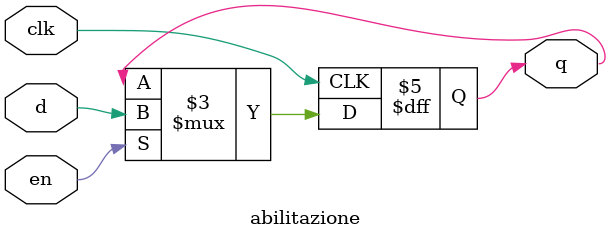
<source format=sv>
module abilitazione(input logic d,en,clk,
                        output logic q);

always_ff @(posedge clk) begin
    if (en==1'b1) begin
        q<=d;
    end
end                
endmodule
</source>
